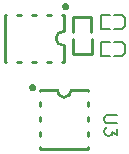
<source format=gto>
G04 Layer: TopSilkLayer*
G04 EasyEDA v6.4.5, 2020-09-20T16:18:12--7:00*
G04 bc100e7cdeee4e5aa78747fa08b5d3d3,abbdd1fb948b472fab9dcc4573dbb586,10*
G04 Gerber Generator version 0.2*
G04 Scale: 100 percent, Rotated: No, Reflected: No *
G04 Dimensions in millimeters *
G04 leading zeros omitted , absolute positions ,3 integer and 3 decimal *
%FSLAX33Y33*%
%MOMM*%
G90*
G71D02*

%ADD10C,0.254000*%
%ADD16C,0.150012*%
%ADD17C,0.152400*%

%LPD*%
G54D10*
G01X4096Y5547D02*
G01X4096Y5403D01*
G01X4096Y4502D02*
G01X4096Y4133D01*
G01X8095Y5547D02*
G01X8095Y5403D01*
G01X8095Y4502D02*
G01X8095Y4133D01*
G01X8095Y3232D02*
G01X8095Y2863D01*
G01X8095Y1962D02*
G01X8095Y1593D01*
G01X5516Y5547D02*
G01X4096Y5547D01*
G01X4096Y3232D02*
G01X4096Y2863D01*
G01X4096Y1962D02*
G01X4096Y1593D01*
G01X4096Y692D02*
G01X4096Y548D01*
G01X8095Y5547D02*
G01X6695Y5547D01*
G01X8096Y548D02*
G01X4096Y548D01*
G01X8096Y692D02*
G01X8096Y548D01*
G01X6819Y8610D02*
G01X8420Y8610D01*
G01X8414Y10460D02*
G01X8414Y11710D01*
G01X6814Y10460D02*
G01X6814Y11710D01*
G01X8420Y9860D02*
G01X8420Y8610D01*
G01X6819Y9860D02*
G01X6819Y8610D01*
G01X6814Y11710D02*
G01X8414Y11710D01*
G01X6055Y11905D02*
G01X5911Y11905D01*
G01X5010Y11905D02*
G01X4641Y11905D01*
G01X6055Y7906D02*
G01X5911Y7906D01*
G01X5010Y7906D02*
G01X4641Y7906D01*
G01X3740Y7906D02*
G01X3371Y7906D01*
G01X2470Y7906D02*
G01X2101Y7906D01*
G01X6055Y10485D02*
G01X6055Y11905D01*
G01X3740Y11905D02*
G01X3371Y11905D01*
G01X2470Y11905D02*
G01X2101Y11905D01*
G01X1200Y11905D02*
G01X1056Y11905D01*
G01X6055Y7906D02*
G01X6055Y9306D01*
G01X1056Y7905D02*
G01X1056Y11905D01*
G01X1200Y7905D02*
G01X1056Y7905D01*
G54D16*
G01X10339Y11902D02*
G01X11009Y11902D01*
G01X9209Y11903D02*
G01X9209Y10703D01*
G01X9979Y11902D02*
G01X9209Y11903D01*
G01X9979Y10702D02*
G01X9209Y10702D01*
G01X10339Y10702D02*
G01X11009Y10702D01*
G01X11009Y11902D02*
G01X11010Y11902D01*
G01X11249Y11662D01*
G01X11249Y10943D01*
G01X11009Y10702D01*
G01X10339Y9616D02*
G01X11009Y9616D01*
G01X9209Y9617D02*
G01X9209Y8417D01*
G01X9979Y9616D02*
G01X9209Y9617D01*
G01X9979Y8416D02*
G01X9209Y8416D01*
G01X10339Y8416D02*
G01X11009Y8416D01*
G01X11009Y9616D02*
G01X11010Y9616D01*
G01X11249Y9376D01*
G01X11249Y8657D01*
G01X11009Y8416D01*
G54D17*
G01X10601Y3429D02*
G01X9822Y3429D01*
G01X9667Y3378D01*
G01X9563Y3274D01*
G01X9512Y3116D01*
G01X9512Y3012D01*
G01X9563Y2857D01*
G01X9667Y2753D01*
G01X9822Y2702D01*
G01X10601Y2702D01*
G01X10601Y2255D02*
G01X10601Y1684D01*
G01X10185Y1993D01*
G01X10185Y1838D01*
G01X10134Y1734D01*
G01X10083Y1684D01*
G01X9926Y1630D01*
G01X9822Y1630D01*
G01X9667Y1684D01*
G01X9563Y1788D01*
G01X9512Y1943D01*
G01X9512Y2098D01*
G01X9563Y2255D01*
G01X9613Y2306D01*
G01X9718Y2359D01*
G54D10*
G75*
G01X6696Y5538D02*
G02X5516Y5538I-590J-45D01*
G01*
G75*
G01X6046Y9306D02*
G02X6046Y10486I-45J590D01*
G01*
G75*
G01X3620Y5715D02*
G03X3620Y5715I-190J0D01*
G01*
G75*
G01X6414Y12573D02*
G03X6414Y12573I-190J0D01*
G01*
M00*
M02*

</source>
